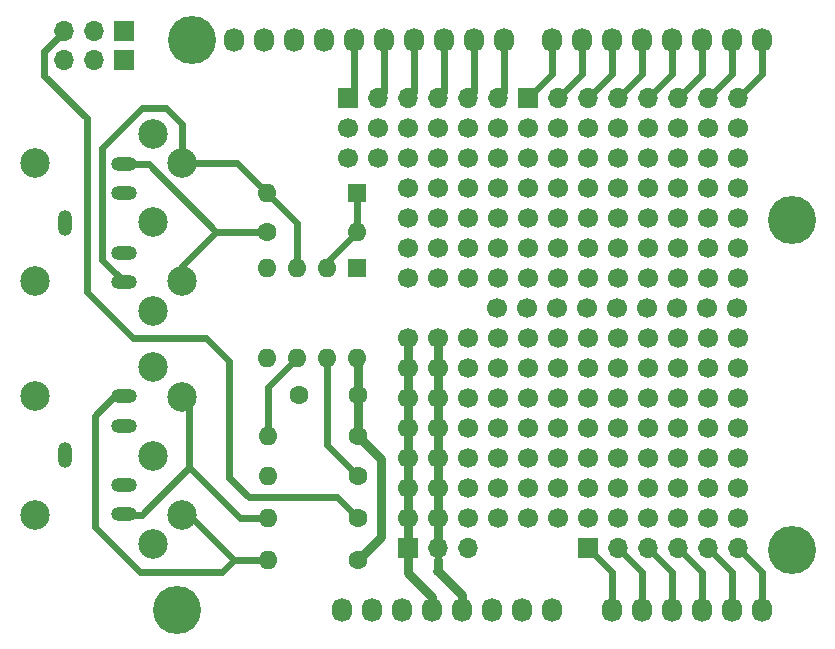
<source format=gbr>
%TF.GenerationSoftware,KiCad,Pcbnew,(6.0.5)*%
%TF.CreationDate,2022-11-15T09:33:25+00:00*%
%TF.ProjectId,ArduinoMIDIProtoShield,41726475-696e-46f4-9d49-444950726f74,rev?*%
%TF.SameCoordinates,Original*%
%TF.FileFunction,Copper,L1,Top*%
%TF.FilePolarity,Positive*%
%FSLAX46Y46*%
G04 Gerber Fmt 4.6, Leading zero omitted, Abs format (unit mm)*
G04 Created by KiCad (PCBNEW (6.0.5)) date 2022-11-15 09:33:25*
%MOMM*%
%LPD*%
G01*
G04 APERTURE LIST*
%TA.AperFunction,ComponentPad*%
%ADD10O,1.727200X2.032000*%
%TD*%
%TA.AperFunction,ComponentPad*%
%ADD11C,4.064000*%
%TD*%
%TA.AperFunction,ComponentPad*%
%ADD12C,1.700000*%
%TD*%
%TA.AperFunction,ComponentPad*%
%ADD13R,1.600000X1.600000*%
%TD*%
%TA.AperFunction,ComponentPad*%
%ADD14O,1.600000X1.600000*%
%TD*%
%TA.AperFunction,ComponentPad*%
%ADD15R,1.700000X1.700000*%
%TD*%
%TA.AperFunction,ComponentPad*%
%ADD16O,1.700000X1.700000*%
%TD*%
%TA.AperFunction,ComponentPad*%
%ADD17C,1.600000*%
%TD*%
%TA.AperFunction,WasherPad*%
%ADD18C,2.499360*%
%TD*%
%TA.AperFunction,ComponentPad*%
%ADD19C,2.499360*%
%TD*%
%TA.AperFunction,ComponentPad*%
%ADD20O,2.200000X1.200000*%
%TD*%
%TA.AperFunction,ComponentPad*%
%ADD21O,1.200000X2.200000*%
%TD*%
%TA.AperFunction,Conductor*%
%ADD22C,0.600000*%
%TD*%
%TA.AperFunction,Conductor*%
%ADD23C,0.800000*%
%TD*%
G04 APERTURE END LIST*
D10*
%TO.P,P1,1,Pin_1*%
%TO.N,unconnected-(P1-Pad1)*%
X138938000Y-123825000D03*
%TO.P,P1,2,Pin_2*%
%TO.N,/IOREF*%
X141478000Y-123825000D03*
%TO.P,P1,3,Pin_3*%
%TO.N,/Reset*%
X144018000Y-123825000D03*
%TO.P,P1,4,Pin_4*%
%TO.N,+3V3*%
X146558000Y-123825000D03*
%TO.P,P1,5,Pin_5*%
%TO.N,+5V*%
X149098000Y-123825000D03*
%TO.P,P1,6,Pin_6*%
%TO.N,GND*%
X151638000Y-123825000D03*
%TO.P,P1,7,Pin_7*%
X154178000Y-123825000D03*
%TO.P,P1,8,Pin_8*%
%TO.N,/Vin*%
X156718000Y-123825000D03*
%TD*%
%TO.P,P2,1,Pin_1*%
%TO.N,/A0*%
X161798000Y-123825000D03*
%TO.P,P2,2,Pin_2*%
%TO.N,/A1*%
X164338000Y-123825000D03*
%TO.P,P2,3,Pin_3*%
%TO.N,/A2*%
X166878000Y-123825000D03*
%TO.P,P2,4,Pin_4*%
%TO.N,/A3*%
X169418000Y-123825000D03*
%TO.P,P2,5,Pin_5*%
%TO.N,/A4(SDA)*%
X171958000Y-123825000D03*
%TO.P,P2,6,Pin_6*%
%TO.N,/A5(SCL)*%
X174498000Y-123825000D03*
%TD*%
%TO.P,P3,1,Pin_1*%
%TO.N,N/C*%
X129794000Y-75565000D03*
%TO.P,P3,2,Pin_2*%
X132334000Y-75565000D03*
%TO.P,P3,3,Pin_3*%
%TO.N,/AREF*%
X134874000Y-75565000D03*
%TO.P,P3,4,Pin_4*%
%TO.N,GND*%
X137414000Y-75565000D03*
%TO.P,P3,5,Pin_5*%
%TO.N,/13(SCK)*%
X139954000Y-75565000D03*
%TO.P,P3,6,Pin_6*%
%TO.N,/12(MISO)*%
X142494000Y-75565000D03*
%TO.P,P3,7,Pin_7*%
%TO.N,/11(\u002A\u002A{slash}MOSI)*%
X145034000Y-75565000D03*
%TO.P,P3,8,Pin_8*%
%TO.N,/10(\u002A\u002A{slash}SS)*%
X147574000Y-75565000D03*
%TO.P,P3,9,Pin_9*%
%TO.N,/9(\u002A\u002A)*%
X150114000Y-75565000D03*
%TO.P,P3,10,Pin_10*%
%TO.N,/8*%
X152654000Y-75565000D03*
%TD*%
%TO.P,P4,1,Pin_1*%
%TO.N,/7*%
X156718000Y-75565000D03*
%TO.P,P4,2,Pin_2*%
%TO.N,/6(\u002A\u002A)*%
X159258000Y-75565000D03*
%TO.P,P4,3,Pin_3*%
%TO.N,/5(\u002A\u002A)*%
X161798000Y-75565000D03*
%TO.P,P4,4,Pin_4*%
%TO.N,/4*%
X164338000Y-75565000D03*
%TO.P,P4,5,Pin_5*%
%TO.N,/3(\u002A\u002A)*%
X166878000Y-75565000D03*
%TO.P,P4,6,Pin_6*%
%TO.N,/2*%
X169418000Y-75565000D03*
%TO.P,P4,7,Pin_7*%
%TO.N,/1(Tx)*%
X171958000Y-75565000D03*
%TO.P,P4,8,Pin_8*%
%TO.N,/0(Rx)*%
X174498000Y-75565000D03*
%TD*%
D11*
%TO.P,P5,1,Pin_1*%
%TO.N,unconnected-(P5-Pad1)*%
X124968000Y-123825000D03*
%TD*%
%TO.P,P6,1,Pin_1*%
%TO.N,unconnected-(P6-Pad1)*%
X177038000Y-118745000D03*
%TD*%
%TO.P,P7,1,Pin_1*%
%TO.N,unconnected-(P7-Pad1)*%
X126238000Y-75565000D03*
%TD*%
%TO.P,P8,1,Pin_1*%
%TO.N,unconnected-(P8-Pad1)*%
X177038000Y-90805000D03*
%TD*%
D12*
%TO.P,,1*%
%TO.N,N/C*%
X162306000Y-110972600D03*
%TD*%
%TO.P,,1*%
%TO.N,N/C*%
X167386000Y-85572600D03*
%TD*%
%TO.P,,1*%
%TO.N,N/C*%
X169926000Y-110972600D03*
%TD*%
%TO.P,,1*%
%TO.N,N/C*%
X152146000Y-108432600D03*
%TD*%
%TO.P,,1*%
%TO.N,N/C*%
X164846000Y-100812600D03*
%TD*%
%TO.P,,1*%
%TO.N,N/C*%
X154686000Y-90652600D03*
%TD*%
%TO.P,,1*%
%TO.N,N/C*%
X172466000Y-116052600D03*
%TD*%
%TO.P,,1*%
%TO.N,N/C*%
X169926000Y-93192600D03*
%TD*%
%TO.P,,1*%
%TO.N,N/C*%
X154686000Y-116052600D03*
%TD*%
%TO.P,,1*%
%TO.N,N/C*%
X167386000Y-105892600D03*
%TD*%
%TO.P,,1*%
%TO.N,N/C*%
X167386000Y-116052600D03*
%TD*%
%TO.P,,1*%
%TO.N,N/C*%
X147066000Y-90652600D03*
%TD*%
%TO.P,,1*%
%TO.N,N/C*%
X147066000Y-88112600D03*
%TD*%
%TO.P,,1*%
%TO.N,N/C*%
X157200600Y-98272600D03*
%TD*%
%TO.P,,1*%
%TO.N,N/C*%
X144526000Y-90652600D03*
%TD*%
%TO.P,,1*%
%TO.N,N/C*%
X162306000Y-116052600D03*
%TD*%
%TO.P,,1*%
%TO.N,N/C*%
X157226000Y-108432600D03*
%TD*%
%TO.P,,1*%
%TO.N,N/C*%
X152146000Y-93192600D03*
%TD*%
%TO.P,,1*%
%TO.N,N/C*%
X147066000Y-83032600D03*
%TD*%
%TO.P,,1*%
%TO.N,N/C*%
X164846000Y-93192600D03*
%TD*%
%TO.P,,1*%
%TO.N,N/C*%
X147066000Y-85572600D03*
%TD*%
%TO.P,,1*%
%TO.N,N/C*%
X141990000Y-83030000D03*
%TD*%
%TO.P,,1*%
%TO.N,N/C*%
X159766000Y-100812600D03*
%TD*%
%TO.P,,1*%
%TO.N,N/C*%
X157226000Y-90652600D03*
%TD*%
%TO.P,,1*%
%TO.N,N/C*%
X169926000Y-100812600D03*
%TD*%
%TO.P,,1*%
%TO.N,N/C*%
X169926000Y-90652600D03*
%TD*%
%TO.P,,1*%
%TO.N,+3V3*%
X144526000Y-100812600D03*
%TD*%
D13*
%TO.P,U1,1,NC*%
%TO.N,unconnected-(U1-Pad1)*%
X140223400Y-94929800D03*
D14*
%TO.P,U1,2,C1*%
%TO.N,Net-(D1-Pad1)*%
X137683400Y-94929800D03*
%TO.P,U1,3,C2*%
%TO.N,Net-(D1-Pad2)*%
X135143400Y-94929800D03*
%TO.P,U1,4,NC*%
%TO.N,unconnected-(U1-Pad4)*%
X132603400Y-94929800D03*
%TO.P,U1,5,GND*%
%TO.N,GND*%
X132603400Y-102549800D03*
%TO.P,U1,6,VO2*%
%TO.N,Net-(J4-Pad3)*%
X135143400Y-102549800D03*
%TO.P,U1,7,VO1*%
%TO.N,Net-(R4-Pad1)*%
X137683400Y-102549800D03*
%TO.P,U1,8,VCC*%
%TO.N,+5V*%
X140223400Y-102549800D03*
%TD*%
D12*
%TO.P,,1*%
%TO.N,N/C*%
X162280600Y-98272600D03*
%TD*%
%TO.P,,1*%
%TO.N,GND*%
X149606000Y-105892600D03*
%TD*%
%TO.P,,1*%
%TO.N,N/C*%
X164846000Y-90652600D03*
%TD*%
%TO.P,,1*%
%TO.N,N/C*%
X159766000Y-88112600D03*
%TD*%
%TO.P,,1*%
%TO.N,+3V3*%
X144526000Y-110972600D03*
%TD*%
%TO.P,,1*%
%TO.N,+3V3*%
X144526000Y-113512600D03*
%TD*%
D15*
%TO.P,J7,1,Pin_1*%
%TO.N,/13(SCK)*%
X139446000Y-80492600D03*
D16*
%TO.P,J7,2,Pin_2*%
%TO.N,/12(MISO)*%
X141986000Y-80492600D03*
%TO.P,J7,3,Pin_3*%
%TO.N,/11(\u002A\u002A{slash}MOSI)*%
X144526000Y-80492600D03*
%TO.P,J7,4,Pin_4*%
%TO.N,/10(\u002A\u002A{slash}SS)*%
X147066000Y-80492600D03*
%TO.P,J7,5,Pin_5*%
%TO.N,/9(\u002A\u002A)*%
X149606000Y-80492600D03*
%TO.P,J7,6,Pin_6*%
%TO.N,/8*%
X152146000Y-80492600D03*
%TD*%
D12*
%TO.P,,1*%
%TO.N,N/C*%
X169926000Y-88112600D03*
%TD*%
D17*
%TO.P,R3,1*%
%TO.N,Net-(IN1-Pad4)*%
X132588000Y-91846400D03*
D14*
%TO.P,R3,2*%
%TO.N,Net-(D1-Pad1)*%
X140208000Y-91846400D03*
%TD*%
D12*
%TO.P,,1*%
%TO.N,N/C*%
X159766000Y-90652600D03*
%TD*%
D17*
%TO.P,R5,1*%
%TO.N,+5V*%
X140335000Y-109093000D03*
D14*
%TO.P,R5,2*%
%TO.N,Net-(J4-Pad3)*%
X132715000Y-109093000D03*
%TD*%
D12*
%TO.P,,1*%
%TO.N,N/C*%
X152146000Y-83032600D03*
%TD*%
%TO.P,,1*%
%TO.N,N/C*%
X172466000Y-103352600D03*
%TD*%
D13*
%TO.P,D1,1,K*%
%TO.N,Net-(D1-Pad1)*%
X140208000Y-88544400D03*
D14*
%TO.P,D1,2,A*%
%TO.N,Net-(D1-Pad2)*%
X132588000Y-88544400D03*
%TD*%
D12*
%TO.P,,1*%
%TO.N,N/C*%
X159766000Y-83032600D03*
%TD*%
D17*
%TO.P,R4,1*%
%TO.N,Net-(R4-Pad1)*%
X140335000Y-112522000D03*
D14*
%TO.P,R4,2*%
%TO.N,GND*%
X132715000Y-112522000D03*
%TD*%
D12*
%TO.P,,1*%
%TO.N,N/C*%
X172466000Y-85572600D03*
%TD*%
%TO.P,,1*%
%TO.N,N/C*%
X172466000Y-113512600D03*
%TD*%
%TO.P,,1*%
%TO.N,N/C*%
X152146000Y-103352600D03*
%TD*%
%TO.P,,1*%
%TO.N,N/C*%
X164846000Y-85572600D03*
%TD*%
%TO.P,,1*%
%TO.N,N/C*%
X164846000Y-95732600D03*
%TD*%
%TO.P,,1*%
%TO.N,N/C*%
X147066000Y-95732600D03*
%TD*%
%TO.P,,1*%
%TO.N,GND*%
X149606000Y-113512600D03*
%TD*%
%TO.P,,1*%
%TO.N,N/C*%
X157226000Y-85572600D03*
%TD*%
%TO.P,,1*%
%TO.N,N/C*%
X164846000Y-110972600D03*
%TD*%
%TO.P,,1*%
%TO.N,+3V3*%
X144526000Y-108432600D03*
%TD*%
%TO.P,,1*%
%TO.N,N/C*%
X157226000Y-103352600D03*
%TD*%
%TO.P,,1*%
%TO.N,N/C*%
X169926000Y-83032600D03*
%TD*%
%TO.P,,1*%
%TO.N,N/C*%
X162306000Y-85572600D03*
%TD*%
%TO.P,,1*%
%TO.N,N/C*%
X164846000Y-88112600D03*
%TD*%
%TO.P,,1*%
%TO.N,+5V*%
X147066000Y-103352600D03*
%TD*%
%TO.P,,1*%
%TO.N,N/C*%
X162306000Y-83032600D03*
%TD*%
%TO.P,,1*%
%TO.N,+3V3*%
X144526000Y-116052600D03*
%TD*%
%TO.P,,1*%
%TO.N,N/C*%
X157226000Y-88112600D03*
%TD*%
%TO.P,,1*%
%TO.N,+5V*%
X147066000Y-105892600D03*
%TD*%
%TO.P,,1*%
%TO.N,N/C*%
X167386000Y-100812600D03*
%TD*%
D17*
%TO.P,C1,1*%
%TO.N,+5V*%
X140295000Y-105664000D03*
%TO.P,C1,2*%
%TO.N,GND*%
X135295000Y-105664000D03*
%TD*%
D12*
%TO.P,,1*%
%TO.N,N/C*%
X167386000Y-93192600D03*
%TD*%
%TO.P,,1*%
%TO.N,N/C*%
X157226000Y-95732600D03*
%TD*%
%TO.P,,1*%
%TO.N,N/C*%
X162306000Y-100812600D03*
%TD*%
%TO.P,,1*%
%TO.N,N/C*%
X172466000Y-93192600D03*
%TD*%
%TO.P,,1*%
%TO.N,N/C*%
X152146000Y-90652600D03*
%TD*%
%TO.P,,1*%
%TO.N,N/C*%
X157226000Y-113512600D03*
%TD*%
%TO.P,,1*%
%TO.N,N/C*%
X157226000Y-116052600D03*
%TD*%
%TO.P,,1*%
%TO.N,N/C*%
X169926000Y-113512600D03*
%TD*%
%TO.P,,1*%
%TO.N,N/C*%
X157226000Y-83032600D03*
%TD*%
%TO.P,,1*%
%TO.N,N/C*%
X152146000Y-85572600D03*
%TD*%
%TO.P,,1*%
%TO.N,N/C*%
X172466000Y-110972600D03*
%TD*%
%TO.P,,1*%
%TO.N,N/C*%
X159766000Y-105892600D03*
%TD*%
%TO.P,,1*%
%TO.N,N/C*%
X164846000Y-103352600D03*
%TD*%
%TO.P,,1*%
%TO.N,N/C*%
X154686000Y-105892600D03*
%TD*%
%TO.P,,1*%
%TO.N,N/C*%
X172466000Y-105892600D03*
%TD*%
%TO.P,,1*%
%TO.N,N/C*%
X169926000Y-108432600D03*
%TD*%
%TO.P,,1*%
%TO.N,N/C*%
X152146000Y-100812600D03*
%TD*%
%TO.P,,1*%
%TO.N,N/C*%
X154686000Y-85572600D03*
%TD*%
%TO.P,,1*%
%TO.N,N/C*%
X164846000Y-105892600D03*
%TD*%
%TO.P,,1*%
%TO.N,N/C*%
X167386000Y-108432600D03*
%TD*%
%TO.P,,1*%
%TO.N,N/C*%
X164846000Y-108432600D03*
%TD*%
%TO.P,,1*%
%TO.N,GND*%
X149606000Y-116052600D03*
%TD*%
%TO.P,,1*%
%TO.N,N/C*%
X154686000Y-95732600D03*
%TD*%
%TO.P,,1*%
%TO.N,N/C*%
X167386000Y-90652600D03*
%TD*%
%TO.P,,1*%
%TO.N,N/C*%
X162306000Y-105892600D03*
%TD*%
%TO.P,,1*%
%TO.N,N/C*%
X167386000Y-83032600D03*
%TD*%
%TO.P,,1*%
%TO.N,N/C*%
X139450000Y-85570000D03*
%TD*%
%TO.P,,1*%
%TO.N,N/C*%
X172466000Y-90652600D03*
%TD*%
%TO.P,,1*%
%TO.N,N/C*%
X154686000Y-93192600D03*
%TD*%
%TO.P,,1*%
%TO.N,N/C*%
X167386000Y-103352600D03*
%TD*%
%TO.P,,1*%
%TO.N,N/C*%
X154686000Y-113512600D03*
%TD*%
D18*
%TO.P,IN1,*%
%TO.N,*%
X112938300Y-86037740D03*
X112938300Y-96040260D03*
D19*
%TO.P,IN1,1*%
%TO.N,unconnected-(IN1-Pad1)*%
X122933200Y-98537080D03*
%TO.P,IN1,2*%
%TO.N,unconnected-(IN1-Pad2)*%
X122935740Y-91039000D03*
%TO.P,IN1,3*%
%TO.N,unconnected-(IN1-Pad3)*%
X122933200Y-83540920D03*
%TO.P,IN1,4*%
%TO.N,Net-(IN1-Pad4)*%
X125435100Y-96035180D03*
%TO.P,IN1,5*%
%TO.N,Net-(D1-Pad2)*%
X125435100Y-86042820D03*
%TD*%
D15*
%TO.P,J5,1,Pin_1*%
%TO.N,+3V3*%
X144526000Y-118592600D03*
D16*
%TO.P,J5,2,Pin_2*%
%TO.N,+5V*%
X147066000Y-118592600D03*
%TO.P,J5,3,Pin_3*%
%TO.N,GND*%
X149606000Y-118592600D03*
%TD*%
D12*
%TO.P,,1*%
%TO.N,+5V*%
X147066000Y-108432600D03*
%TD*%
%TO.P,,1*%
%TO.N,N/C*%
X152120600Y-98272600D03*
%TD*%
%TO.P,,1*%
%TO.N,+5V*%
X147066000Y-110972600D03*
%TD*%
%TO.P,,1*%
%TO.N,N/C*%
X152146000Y-110972600D03*
%TD*%
%TO.P,,1*%
%TO.N,+5V*%
X147066000Y-116052600D03*
%TD*%
D20*
%TO.P,J2,R*%
%TO.N,Net-(J2-PadR)*%
X120493800Y-105750000D03*
%TO.P,J2,RN*%
%TO.N,N/C*%
X120493800Y-108250000D03*
D21*
%TO.P,J2,S*%
%TO.N,GND*%
X115493800Y-110750000D03*
D20*
%TO.P,J2,T*%
%TO.N,Net-(J2-PadT)*%
X120493800Y-115750000D03*
%TO.P,J2,TN*%
%TO.N,N/C*%
X120493800Y-113250000D03*
%TD*%
D12*
%TO.P,,1*%
%TO.N,N/C*%
X152146000Y-113512600D03*
%TD*%
%TO.P,,1*%
%TO.N,N/C*%
X162306000Y-95732600D03*
%TD*%
%TO.P,,1*%
%TO.N,GND*%
X149606000Y-100812600D03*
%TD*%
%TO.P,,1*%
%TO.N,N/C*%
X169926000Y-85572600D03*
%TD*%
%TO.P,,1*%
%TO.N,N/C*%
X162306000Y-88112600D03*
%TD*%
%TO.P,,1*%
%TO.N,N/C*%
X154686000Y-100812600D03*
%TD*%
%TO.P,,1*%
%TO.N,N/C*%
X164846000Y-113512600D03*
%TD*%
%TO.P,,1*%
%TO.N,GND*%
X149606000Y-110972600D03*
%TD*%
%TO.P,,1*%
%TO.N,N/C*%
X167360600Y-98272600D03*
%TD*%
%TO.P,,1*%
%TO.N,GND*%
X149606000Y-103352600D03*
%TD*%
%TO.P,,1*%
%TO.N,N/C*%
X159766000Y-110972600D03*
%TD*%
%TO.P,,1*%
%TO.N,N/C*%
X159766000Y-103352600D03*
%TD*%
%TO.P,,1*%
%TO.N,N/C*%
X144526000Y-85572600D03*
%TD*%
%TO.P,,1*%
%TO.N,N/C*%
X167386000Y-113512600D03*
%TD*%
%TO.P,,1*%
%TO.N,N/C*%
X169926000Y-95732600D03*
%TD*%
%TO.P,,1*%
%TO.N,N/C*%
X167386000Y-88112600D03*
%TD*%
%TO.P,,1*%
%TO.N,N/C*%
X149606000Y-88112600D03*
%TD*%
%TO.P,,1*%
%TO.N,N/C*%
X172466000Y-100812600D03*
%TD*%
D20*
%TO.P,J1,R*%
%TO.N,Net-(IN1-Pad4)*%
X120493800Y-86100000D03*
%TO.P,J1,RN*%
%TO.N,N/C*%
X120493800Y-88600000D03*
D21*
%TO.P,J1,S*%
%TO.N,unconnected-(J1-PadS)*%
X115493800Y-91100000D03*
D20*
%TO.P,J1,T*%
%TO.N,Net-(D1-Pad2)*%
X120493800Y-96100000D03*
%TO.P,J1,TN*%
%TO.N,N/C*%
X120493800Y-93600000D03*
%TD*%
D12*
%TO.P,,1*%
%TO.N,N/C*%
X172466000Y-95732600D03*
%TD*%
%TO.P,,1*%
%TO.N,N/C*%
X144526000Y-88112600D03*
%TD*%
%TO.P,,1*%
%TO.N,N/C*%
X149606000Y-85572600D03*
%TD*%
%TO.P,,1*%
%TO.N,+5V*%
X147066000Y-100812600D03*
%TD*%
%TO.P,,1*%
%TO.N,N/C*%
X167386000Y-95732600D03*
%TD*%
%TO.P,,1*%
%TO.N,N/C*%
X154686000Y-108432600D03*
%TD*%
%TO.P,,1*%
%TO.N,N/C*%
X152146000Y-88112600D03*
%TD*%
%TO.P,,1*%
%TO.N,N/C*%
X162306000Y-93192600D03*
%TD*%
D18*
%TO.P,OUT1,*%
%TO.N,*%
X112938300Y-115789260D03*
X112938300Y-105786740D03*
D19*
%TO.P,OUT1,1*%
%TO.N,unconnected-(OUT1-Pad1)*%
X122933200Y-118286080D03*
%TO.P,OUT1,2*%
%TO.N,GND*%
X122935740Y-110788000D03*
%TO.P,OUT1,3*%
%TO.N,unconnected-(OUT1-Pad3)*%
X122933200Y-103289920D03*
%TO.P,OUT1,4*%
%TO.N,Net-(J2-PadR)*%
X125435100Y-115784180D03*
%TO.P,OUT1,5*%
%TO.N,Net-(J2-PadT)*%
X125435100Y-105791820D03*
%TD*%
D12*
%TO.P,,1*%
%TO.N,+3V3*%
X144526000Y-103352600D03*
%TD*%
%TO.P,,1*%
%TO.N,N/C*%
X157226000Y-100812600D03*
%TD*%
%TO.P,,1*%
%TO.N,N/C*%
X169926000Y-105892600D03*
%TD*%
D15*
%TO.P,J6,1,Pin_1*%
%TO.N,/A0*%
X159766000Y-118592600D03*
D16*
%TO.P,J6,2,Pin_2*%
%TO.N,/A1*%
X162306000Y-118592600D03*
%TO.P,J6,3,Pin_3*%
%TO.N,/A2*%
X164846000Y-118592600D03*
%TO.P,J6,4,Pin_4*%
%TO.N,/A3*%
X167386000Y-118592600D03*
%TO.P,J6,5,Pin_5*%
%TO.N,/A4(SDA)*%
X169926000Y-118592600D03*
%TO.P,J6,6,Pin_6*%
%TO.N,/A5(SCL)*%
X172466000Y-118592600D03*
%TD*%
D17*
%TO.P,R1,1*%
%TO.N,+5V*%
X140335000Y-119634000D03*
D14*
%TO.P,R1,2*%
%TO.N,Net-(J2-PadR)*%
X132715000Y-119634000D03*
%TD*%
D12*
%TO.P,,1*%
%TO.N,N/C*%
X159766000Y-108432600D03*
%TD*%
%TO.P,,1*%
%TO.N,N/C*%
X172466000Y-83032600D03*
%TD*%
%TO.P,,1*%
%TO.N,+5V*%
X147066000Y-113512600D03*
%TD*%
%TO.P,,1*%
%TO.N,N/C*%
X154686000Y-88112600D03*
%TD*%
%TO.P,,1*%
%TO.N,N/C*%
X157226000Y-105892600D03*
%TD*%
%TO.P,,1*%
%TO.N,N/C*%
X141990000Y-85570000D03*
%TD*%
%TO.P,,1*%
%TO.N,N/C*%
X167386000Y-110972600D03*
%TD*%
%TO.P,,1*%
%TO.N,N/C*%
X162306000Y-103352600D03*
%TD*%
%TO.P,,1*%
%TO.N,N/C*%
X162306000Y-90652600D03*
%TD*%
%TO.P,,1*%
%TO.N,N/C*%
X169926000Y-116052600D03*
%TD*%
%TO.P,,1*%
%TO.N,N/C*%
X139450000Y-83030000D03*
%TD*%
%TO.P,,1*%
%TO.N,N/C*%
X164820600Y-98272600D03*
%TD*%
%TO.P,,1*%
%TO.N,N/C*%
X144526000Y-93192600D03*
%TD*%
D15*
%TO.P,J4,1,Pin_1*%
%TO.N,/0(Rx)*%
X120505000Y-77280000D03*
D16*
%TO.P,J4,2,Pin_2*%
X117965000Y-77280000D03*
%TO.P,J4,3,Pin_3*%
%TO.N,Net-(J4-Pad3)*%
X115425000Y-77280000D03*
%TD*%
D12*
%TO.P,,1*%
%TO.N,N/C*%
X162306000Y-108432600D03*
%TD*%
%TO.P,,1*%
%TO.N,N/C*%
X159766000Y-85572600D03*
%TD*%
%TO.P,,1*%
%TO.N,N/C*%
X149606000Y-90652600D03*
%TD*%
%TO.P,,1*%
%TO.N,N/C*%
X152146000Y-116052600D03*
%TD*%
%TO.P,,1*%
%TO.N,+3V3*%
X144526000Y-105892600D03*
%TD*%
%TO.P,,1*%
%TO.N,N/C*%
X172440600Y-98272600D03*
%TD*%
%TO.P,,1*%
%TO.N,N/C*%
X157226000Y-110972600D03*
%TD*%
%TO.P,,1*%
%TO.N,N/C*%
X149606000Y-83032600D03*
%TD*%
D15*
%TO.P,J8,1,Pin_1*%
%TO.N,/7*%
X154686000Y-80492600D03*
D16*
%TO.P,J8,2,Pin_2*%
%TO.N,/6(\u002A\u002A)*%
X157226000Y-80492600D03*
%TO.P,J8,3,Pin_3*%
%TO.N,/5(\u002A\u002A)*%
X159766000Y-80492600D03*
%TO.P,J8,4,Pin_4*%
%TO.N,/4*%
X162306000Y-80492600D03*
%TO.P,J8,5,Pin_5*%
%TO.N,/3(\u002A\u002A)*%
X164846000Y-80492600D03*
%TO.P,J8,6,Pin_6*%
%TO.N,/2*%
X167386000Y-80492600D03*
%TO.P,J8,7,Pin_7*%
%TO.N,/1(Tx)*%
X169926000Y-80492600D03*
%TO.P,J8,8,Pin_8*%
%TO.N,/0(Rx)*%
X172466000Y-80492600D03*
%TD*%
D15*
%TO.P,J3,1,Pin_1*%
%TO.N,/1(Tx)*%
X120505000Y-74840000D03*
D16*
%TO.P,J3,2,Pin_2*%
X117965000Y-74840000D03*
%TO.P,J3,3,Pin_3*%
%TO.N,Net-(J3-Pad3)*%
X115425000Y-74840000D03*
%TD*%
D12*
%TO.P,,1*%
%TO.N,N/C*%
X159766000Y-93192600D03*
%TD*%
%TO.P,,1*%
%TO.N,N/C*%
X157226000Y-93192600D03*
%TD*%
%TO.P,,1*%
%TO.N,N/C*%
X159766000Y-113512600D03*
%TD*%
D17*
%TO.P,R2,1*%
%TO.N,Net-(J3-Pad3)*%
X140335000Y-116078000D03*
D14*
%TO.P,R2,2*%
%TO.N,Net-(J2-PadT)*%
X132715000Y-116078000D03*
%TD*%
D12*
%TO.P,,1*%
%TO.N,N/C*%
X169926000Y-103352600D03*
%TD*%
%TO.P,,1*%
%TO.N,N/C*%
X152146000Y-95732600D03*
%TD*%
%TO.P,,1*%
%TO.N,N/C*%
X172466000Y-88112600D03*
%TD*%
%TO.P,,1*%
%TO.N,N/C*%
X149606000Y-93192600D03*
%TD*%
%TO.P,,1*%
%TO.N,N/C*%
X154686000Y-103352600D03*
%TD*%
%TO.P,,1*%
%TO.N,N/C*%
X147066000Y-93192600D03*
%TD*%
%TO.P,,1*%
%TO.N,N/C*%
X172466000Y-108432600D03*
%TD*%
%TO.P,,1*%
%TO.N,N/C*%
X159740600Y-98272600D03*
%TD*%
%TO.P,,1*%
%TO.N,N/C*%
X164846000Y-116052600D03*
%TD*%
%TO.P,,1*%
%TO.N,N/C*%
X154686000Y-110972600D03*
%TD*%
%TO.P,,1*%
%TO.N,N/C*%
X169900600Y-98272600D03*
%TD*%
%TO.P,,1*%
%TO.N,N/C*%
X154686000Y-83032600D03*
%TD*%
%TO.P,,1*%
%TO.N,N/C*%
X154660600Y-98272600D03*
%TD*%
%TO.P,,1*%
%TO.N,N/C*%
X159766000Y-116052600D03*
%TD*%
%TO.P,,1*%
%TO.N,GND*%
X149606000Y-108432600D03*
%TD*%
%TO.P,,1*%
%TO.N,N/C*%
X159766000Y-95732600D03*
%TD*%
%TO.P,,1*%
%TO.N,N/C*%
X149606000Y-95732600D03*
%TD*%
%TO.P,,1*%
%TO.N,N/C*%
X144526000Y-95732600D03*
%TD*%
%TO.P,,1*%
%TO.N,N/C*%
X164846000Y-83032600D03*
%TD*%
%TO.P,,1*%
%TO.N,N/C*%
X144526000Y-83032600D03*
%TD*%
%TO.P,,1*%
%TO.N,N/C*%
X152146000Y-105892600D03*
%TD*%
%TO.P,,1*%
%TO.N,N/C*%
X162306000Y-113512600D03*
%TD*%
D22*
%TO.N,Net-(IN1-Pad4)*%
X125402100Y-96002180D02*
X125435100Y-96035180D01*
X125402100Y-94757900D02*
X125402100Y-96002180D01*
D23*
%TO.N,+5V*%
X147066000Y-120523000D02*
X147040600Y-120548400D01*
X147066000Y-119659400D02*
X147066000Y-120523000D01*
X140335000Y-109093000D02*
X140335000Y-105704000D01*
X147066000Y-103352600D02*
X147066000Y-105892600D01*
X149098000Y-123825000D02*
X149098000Y-122580400D01*
X142290800Y-117678200D02*
X140335000Y-119634000D01*
X147066000Y-120548400D02*
X147040600Y-120548400D01*
X147066000Y-113512600D02*
X147066000Y-116052600D01*
X140335000Y-109093000D02*
X142290800Y-111048800D01*
X142290800Y-111048800D02*
X142290800Y-117678200D01*
X147066000Y-116052600D02*
X147066000Y-118592600D01*
X147066000Y-105892600D02*
X147066000Y-108432600D01*
X147066000Y-110972600D02*
X147066000Y-113512600D01*
X140295000Y-105664000D02*
X140295000Y-102591400D01*
X147066000Y-100812600D02*
X147066000Y-103352600D01*
X147066000Y-108432600D02*
X147066000Y-110972600D01*
X140295000Y-102591400D02*
X140223400Y-102519800D01*
X149098000Y-122580400D02*
X147066000Y-120548400D01*
D22*
%TO.N,/A0*%
X161798000Y-120624600D02*
X159766000Y-118592600D01*
X161798000Y-123825000D02*
X161798000Y-120624600D01*
%TO.N,/A1*%
X164338000Y-123825000D02*
X164338000Y-120624600D01*
X164338000Y-120624600D02*
X162306000Y-118592600D01*
%TO.N,/A2*%
X166878000Y-120624600D02*
X164846000Y-118592600D01*
X166878000Y-123825000D02*
X166878000Y-120624600D01*
%TO.N,/A3*%
X169418000Y-123825000D02*
X169418000Y-120624600D01*
X169418000Y-120624600D02*
X167386000Y-118592600D01*
%TO.N,/A4(SDA)*%
X171958000Y-123825000D02*
X171958000Y-120624600D01*
X171958000Y-120624600D02*
X169926000Y-118592600D01*
%TO.N,/A5(SCL)*%
X174498000Y-120624600D02*
X172466000Y-118592600D01*
X174498000Y-123825000D02*
X174498000Y-120624600D01*
%TO.N,/9(\u002A\u002A)*%
X150114000Y-75565000D02*
X150114000Y-79984600D01*
X150114000Y-79984600D02*
X149606000Y-80492600D01*
%TO.N,/8*%
X152654000Y-79984600D02*
X152146000Y-80492600D01*
X152654000Y-75565000D02*
X152654000Y-79984600D01*
%TO.N,/7*%
X156718000Y-78460600D02*
X154686000Y-80492600D01*
X156718000Y-75565000D02*
X156718000Y-78460600D01*
%TO.N,/6(\u002A\u002A)*%
X159258000Y-75565000D02*
X159258000Y-78460600D01*
X159258000Y-78460600D02*
X157226000Y-80492600D01*
%TO.N,/5(\u002A\u002A)*%
X161798000Y-75565000D02*
X161798000Y-78460600D01*
X161798000Y-78460600D02*
X159766000Y-80492600D01*
%TO.N,/4*%
X164338000Y-78460600D02*
X162306000Y-80492600D01*
X164338000Y-75565000D02*
X164338000Y-78460600D01*
%TO.N,/3(\u002A\u002A)*%
X166878000Y-75565000D02*
X166878000Y-78460600D01*
X166878000Y-78460600D02*
X164846000Y-80492600D01*
%TO.N,/2*%
X169418000Y-78460600D02*
X167386000Y-80492600D01*
X169418000Y-75565000D02*
X169418000Y-78460600D01*
%TO.N,/1(Tx)*%
X171958000Y-78460600D02*
X169926000Y-80492600D01*
X171958000Y-75565000D02*
X171958000Y-78460600D01*
%TO.N,/0(Rx)*%
X174498000Y-75565000D02*
X174498000Y-78460600D01*
X174498000Y-78460600D02*
X172466000Y-80492600D01*
%TO.N,Net-(D1-Pad1)*%
X137683400Y-94371000D02*
X140208000Y-91846400D01*
X140208000Y-91846400D02*
X140208000Y-88544400D01*
X137683400Y-94929800D02*
X137683400Y-94371000D01*
%TO.N,Net-(D1-Pad2)*%
X135143400Y-91099800D02*
X135143400Y-94929800D01*
X122050000Y-81320000D02*
X124020000Y-81320000D01*
X125402100Y-86042820D02*
X130086420Y-86042820D01*
X118610000Y-84760000D02*
X122050000Y-81320000D01*
X130086420Y-86042820D02*
X132588000Y-88544400D01*
X125402100Y-82702100D02*
X125402100Y-86042820D01*
X119660000Y-95240000D02*
X120551000Y-96131000D01*
X120493800Y-96073800D02*
X119660000Y-95240000D01*
X119660000Y-95240000D02*
X118610000Y-94190000D01*
X120493800Y-96100000D02*
X120493800Y-96073800D01*
X124020000Y-81320000D02*
X125402100Y-82702100D01*
X118610000Y-94190000D02*
X118610000Y-84760000D01*
X132588000Y-88544400D02*
X135143400Y-91099800D01*
%TO.N,/11(\u002A\u002A{slash}MOSI)*%
X145034000Y-75565000D02*
X145034000Y-79984600D01*
X145034000Y-79984600D02*
X144526000Y-80492600D01*
%TO.N,/13(SCK)*%
X139954000Y-75565000D02*
X139954000Y-79984600D01*
X139954000Y-79984600D02*
X139446000Y-80492600D01*
%TO.N,/10(\u002A\u002A{slash}SS)*%
X147574000Y-79984600D02*
X147066000Y-80492600D01*
X147574000Y-75565000D02*
X147574000Y-79984600D01*
D23*
%TO.N,+3V3*%
X144526000Y-116052600D02*
X144526000Y-113512600D01*
X144526000Y-103352600D02*
X144526000Y-100812600D01*
X144526000Y-120700800D02*
X146558000Y-122732800D01*
X146558000Y-122732800D02*
X146558000Y-123825000D01*
X144526000Y-118592600D02*
X144526000Y-116052600D01*
X144526000Y-110972600D02*
X144526000Y-108432600D01*
X144526000Y-105892600D02*
X144526000Y-103352600D01*
X144526000Y-113512600D02*
X144526000Y-110972600D01*
X144526000Y-118592600D02*
X144526000Y-120700800D01*
X144526000Y-108432600D02*
X144526000Y-105892600D01*
D22*
%TO.N,/12(MISO)*%
X142494000Y-75565000D02*
X142494000Y-79984600D01*
X142494000Y-79984600D02*
X141986000Y-80492600D01*
%TO.N,Net-(J2-PadR)*%
X128814920Y-120660000D02*
X129840920Y-119634000D01*
X118040000Y-116840000D02*
X121860000Y-120660000D01*
X120960000Y-105780000D02*
X119690000Y-105780000D01*
X118040000Y-107430000D02*
X118040000Y-116840000D01*
X119690000Y-105780000D02*
X118040000Y-107430000D01*
X129840920Y-119634000D02*
X132715000Y-119634000D01*
X126022100Y-115815180D02*
X129840920Y-119634000D01*
X121860000Y-120660000D02*
X128814920Y-120660000D01*
%TO.N,Net-(IN1-Pad4)*%
X122601000Y-86131000D02*
X128316400Y-91846400D01*
X125402100Y-94757900D02*
X128313600Y-91846400D01*
X120493800Y-86100000D02*
X121640000Y-86100000D01*
X121671000Y-86131000D02*
X122601000Y-86131000D01*
X128313600Y-91846400D02*
X128316400Y-91846400D01*
X128316400Y-91846400D02*
X130526400Y-91846400D01*
X121640000Y-86100000D02*
X121671000Y-86131000D01*
X121067000Y-86131000D02*
X121671000Y-86131000D01*
X132588000Y-91846400D02*
X130526400Y-91846400D01*
%TO.N,Net-(R4-Pad1)*%
X137683400Y-102519800D02*
X137683400Y-109870400D01*
X137683400Y-109870400D02*
X140335000Y-112522000D01*
%TO.N,Net-(J2-PadT)*%
X120960000Y-115780000D02*
X122040200Y-115780000D01*
X122040200Y-115780000D02*
X126022100Y-111798100D01*
X130302000Y-116078000D02*
X126022100Y-111798100D01*
X126022100Y-111798100D02*
X126022100Y-105822820D01*
X132715000Y-116078000D02*
X130302000Y-116078000D01*
%TO.N,Net-(J3-Pad3)*%
X117375000Y-96945000D02*
X121250000Y-100820000D01*
X129413000Y-112649000D02*
X131064000Y-114300000D01*
X113770000Y-76565000D02*
X113770000Y-78620000D01*
X127450000Y-100820000D02*
X129413000Y-102783000D01*
X138557000Y-114300000D02*
X140335000Y-116078000D01*
X121250000Y-100820000D02*
X127450000Y-100820000D01*
X115495000Y-74840000D02*
X113770000Y-76565000D01*
X117375000Y-82225000D02*
X117375000Y-96945000D01*
X131064000Y-114300000D02*
X138557000Y-114300000D01*
X129413000Y-102783000D02*
X129413000Y-112649000D01*
X113770000Y-78620000D02*
X117375000Y-82225000D01*
%TO.N,Net-(J4-Pad3)*%
X132715000Y-104948200D02*
X132715000Y-105435400D01*
X135143400Y-102519800D02*
X132715000Y-104948200D01*
X132715000Y-105435400D02*
X132715000Y-109093000D01*
%TD*%
M02*

</source>
